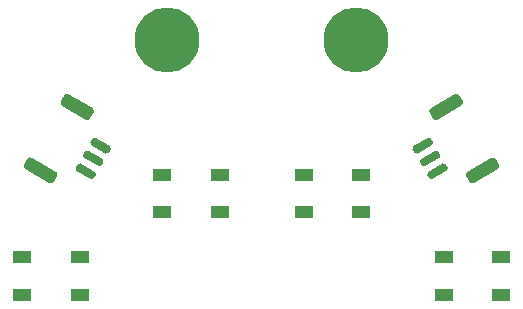
<source format=gbr>
%TF.GenerationSoftware,KiCad,Pcbnew,(5.1.6)-1*%
%TF.CreationDate,2020-11-09T21:27:46-05:00*%
%TF.ProjectId,LIghtBoard,4c496768-7442-46f6-9172-642e6b696361,rev?*%
%TF.SameCoordinates,Original*%
%TF.FileFunction,Soldermask,Top*%
%TF.FilePolarity,Negative*%
%FSLAX46Y46*%
G04 Gerber Fmt 4.6, Leading zero omitted, Abs format (unit mm)*
G04 Created by KiCad (PCBNEW (5.1.6)-1) date 2020-11-09 21:27:46*
%MOMM*%
%LPD*%
G01*
G04 APERTURE LIST*
%ADD10C,5.500000*%
%ADD11R,1.600000X1.100000*%
G04 APERTURE END LIST*
D10*
%TO.C,H1*%
X123900000Y-85100000D03*
%TD*%
D11*
%TO.C,D4*%
X152200000Y-106700000D03*
X152200000Y-103500000D03*
X147300000Y-106700000D03*
X147300000Y-103500000D03*
%TD*%
%TO.C,D3*%
X140350000Y-99700000D03*
X140350000Y-96500000D03*
X135450000Y-99700000D03*
X135450000Y-96500000D03*
%TD*%
%TO.C,D2*%
X128350000Y-99700000D03*
X128350000Y-96500000D03*
X123450000Y-99700000D03*
X123450000Y-96500000D03*
%TD*%
%TO.C,J2*%
G36*
G01*
X149319856Y-96245865D02*
X151355016Y-95070865D01*
G75*
G02*
X151730673Y-95171522I137500J-238157D01*
G01*
X152005673Y-95647836D01*
G75*
G02*
X151905016Y-96023493I-238157J-137500D01*
G01*
X149869856Y-97198493D01*
G75*
G02*
X149494199Y-97097836I-137500J238157D01*
G01*
X149219199Y-96621522D01*
G75*
G02*
X149319856Y-96245865I238157J137500D01*
G01*
G37*
G36*
G01*
X146219856Y-90876507D02*
X148255016Y-89701507D01*
G75*
G02*
X148630673Y-89802164I137500J-238157D01*
G01*
X148905673Y-90278478D01*
G75*
G02*
X148805016Y-90654135I-238157J-137500D01*
G01*
X146769856Y-91829135D01*
G75*
G02*
X146394199Y-91728478I-137500J238157D01*
G01*
X146119199Y-91252164D01*
G75*
G02*
X146219856Y-90876507I238157J137500D01*
G01*
G37*
G36*
G01*
X145983382Y-96266923D02*
X147239118Y-95541924D01*
G75*
G02*
X147478172Y-95605978I87500J-151554D01*
G01*
X147653172Y-95909086D01*
G75*
G02*
X147589118Y-96148140I-151554J-87500D01*
G01*
X146333382Y-96873140D01*
G75*
G02*
X146094328Y-96809086I-87500J151554D01*
G01*
X145919328Y-96505978D01*
G75*
G02*
X145983382Y-96266924I151554J87500D01*
G01*
G37*
G36*
G01*
X145358382Y-95184391D02*
X146614118Y-94459392D01*
G75*
G02*
X146853172Y-94523446I87500J-151554D01*
G01*
X147028172Y-94826554D01*
G75*
G02*
X146964118Y-95065608I-151554J-87500D01*
G01*
X145708382Y-95790608D01*
G75*
G02*
X145469328Y-95726554I-87500J151554D01*
G01*
X145294328Y-95423446D01*
G75*
G02*
X145358382Y-95184392I151554J87500D01*
G01*
G37*
G36*
G01*
X144733382Y-94101859D02*
X145989118Y-93376860D01*
G75*
G02*
X146228172Y-93440914I87500J-151554D01*
G01*
X146403172Y-93744022D01*
G75*
G02*
X146339118Y-93983076I-151554J-87500D01*
G01*
X145083382Y-94708076D01*
G75*
G02*
X144844328Y-94644022I-87500J151554D01*
G01*
X144669328Y-94340914D01*
G75*
G02*
X144733382Y-94101860I151554J87500D01*
G01*
G37*
%TD*%
%TO.C,J1*%
G36*
G01*
X117030144Y-91829135D02*
X114994984Y-90654135D01*
G75*
G02*
X114894327Y-90278478I137500J238157D01*
G01*
X115169327Y-89802164D01*
G75*
G02*
X115544984Y-89701507I238157J-137500D01*
G01*
X117580144Y-90876507D01*
G75*
G02*
X117680801Y-91252164I-137500J-238157D01*
G01*
X117405801Y-91728478D01*
G75*
G02*
X117030144Y-91829135I-238157J137500D01*
G01*
G37*
G36*
G01*
X113930144Y-97198493D02*
X111894984Y-96023493D01*
G75*
G02*
X111794327Y-95647836I137500J238157D01*
G01*
X112069327Y-95171522D01*
G75*
G02*
X112444984Y-95070865I238157J-137500D01*
G01*
X114480144Y-96245865D01*
G75*
G02*
X114580801Y-96621522I-137500J-238157D01*
G01*
X114305801Y-97097836D01*
G75*
G02*
X113930144Y-97198493I-238157J137500D01*
G01*
G37*
G36*
G01*
X118716618Y-94708077D02*
X117460882Y-93983076D01*
G75*
G02*
X117396828Y-93744022I87500J151554D01*
G01*
X117571828Y-93440914D01*
G75*
G02*
X117810882Y-93376860I151554J-87500D01*
G01*
X119066618Y-94101860D01*
G75*
G02*
X119130672Y-94340914I-87500J-151554D01*
G01*
X118955672Y-94644022D01*
G75*
G02*
X118716618Y-94708076I-151554J87500D01*
G01*
G37*
G36*
G01*
X118091618Y-95790609D02*
X116835882Y-95065608D01*
G75*
G02*
X116771828Y-94826554I87500J151554D01*
G01*
X116946828Y-94523446D01*
G75*
G02*
X117185882Y-94459392I151554J-87500D01*
G01*
X118441618Y-95184392D01*
G75*
G02*
X118505672Y-95423446I-87500J-151554D01*
G01*
X118330672Y-95726554D01*
G75*
G02*
X118091618Y-95790608I-151554J87500D01*
G01*
G37*
G36*
G01*
X117466618Y-96873141D02*
X116210882Y-96148140D01*
G75*
G02*
X116146828Y-95909086I87500J151554D01*
G01*
X116321828Y-95605978D01*
G75*
G02*
X116560882Y-95541924I151554J-87500D01*
G01*
X117816618Y-96266924D01*
G75*
G02*
X117880672Y-96505978I-87500J-151554D01*
G01*
X117705672Y-96809086D01*
G75*
G02*
X117466618Y-96873140I-151554J87500D01*
G01*
G37*
%TD*%
D10*
%TO.C,H2*%
X139900000Y-85100000D03*
%TD*%
D11*
%TO.C,D1*%
X111600000Y-103500000D03*
X111600000Y-106700000D03*
X116500000Y-103500000D03*
X116500000Y-106700000D03*
%TD*%
M02*

</source>
